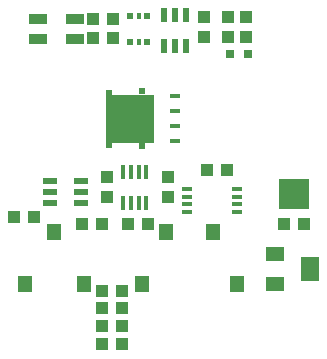
<source format=gtp>
G75*
%MOIN*%
%OFA0B0*%
%FSLAX24Y24*%
%IPPOS*%
%LPD*%
%AMOC8*
5,1,8,0,0,1.08239X$1,22.5*
%
%ADD10R,0.0394X0.0433*%
%ADD11R,0.0157X0.0480*%
%ADD12R,0.0433X0.0394*%
%ADD13R,0.0484X0.0244*%
%ADD14R,0.0244X0.0484*%
%ADD15R,0.0197X0.0197*%
%ADD16R,0.0157X0.0236*%
%ADD17R,0.0323X0.0161*%
%ADD18R,0.1429X0.1599*%
%ADD19R,0.0240X0.0232*%
%ADD20R,0.0201X0.1969*%
%ADD21R,0.0591X0.0354*%
%ADD22R,0.0315X0.0315*%
%ADD23R,0.0472X0.0551*%
%ADD24R,0.0630X0.0512*%
%ADD25R,0.0630X0.0787*%
%ADD26R,0.0350X0.0165*%
%ADD27R,0.0984X0.0984*%
D10*
X005565Y006150D03*
X006235Y006150D03*
X006400Y007034D03*
X006400Y007703D03*
X008431Y007703D03*
X008431Y007034D03*
X009753Y007963D03*
X010422Y007963D03*
X012315Y006150D03*
X012985Y006150D03*
X006922Y003931D03*
X006922Y003338D03*
X006922Y002744D03*
X006922Y002150D03*
X006253Y002150D03*
X006253Y002744D03*
X006253Y003338D03*
X006253Y003931D03*
X005940Y012338D03*
X005940Y012994D03*
X006610Y012994D03*
X006610Y012338D03*
D11*
X006954Y007884D03*
X007210Y007884D03*
X007465Y007884D03*
X007721Y007884D03*
X007721Y006853D03*
X007465Y006853D03*
X007210Y006853D03*
X006954Y006853D03*
D12*
X007097Y006150D03*
X007766Y006150D03*
X003985Y006369D03*
X003315Y006369D03*
X009650Y012378D03*
X009650Y013047D03*
X010431Y013047D03*
X011025Y013047D03*
X011025Y012378D03*
X010431Y012378D03*
D13*
X005541Y007587D03*
X005541Y007213D03*
X005541Y006838D03*
X004509Y006838D03*
X004509Y007213D03*
X004509Y007587D03*
D14*
X008307Y012072D03*
X008681Y012072D03*
X009055Y012072D03*
X009055Y013103D03*
X008681Y013103D03*
X008307Y013103D03*
D15*
X007738Y013083D03*
X007187Y013083D03*
X007187Y012217D03*
X007738Y012217D03*
D16*
X007463Y012217D03*
X007463Y013083D03*
D17*
X008656Y010400D03*
X008656Y009900D03*
X008656Y009400D03*
X008656Y008900D03*
D18*
X007273Y009650D03*
D19*
X007588Y008733D03*
X007588Y010567D03*
D20*
X006458Y009650D03*
D21*
X005323Y012315D03*
X005323Y012985D03*
X004102Y012985D03*
X004102Y012315D03*
D22*
X010521Y011806D03*
X011092Y011806D03*
D23*
X003666Y004159D03*
X004650Y005891D03*
X005634Y004159D03*
X007575Y004159D03*
X008363Y005891D03*
X009937Y005891D03*
X010725Y004159D03*
D24*
X012017Y004158D03*
X012017Y005142D03*
D25*
X013158Y004650D03*
D26*
X010730Y006547D03*
X010730Y006803D03*
X010730Y007059D03*
X010730Y007315D03*
X009070Y007315D03*
X009070Y007059D03*
X009070Y006803D03*
X009070Y006547D03*
D27*
X012650Y007150D03*
M02*

</source>
